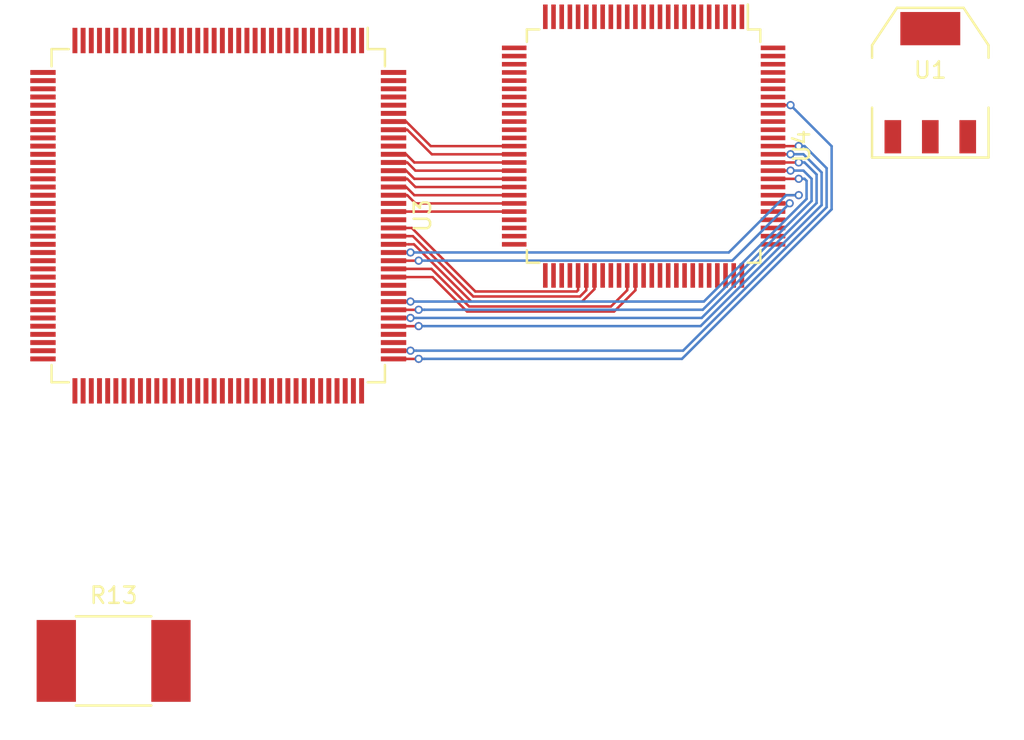
<source format=kicad_pcb>
(kicad_pcb (version 4) (host pcbnew "(2016-02-12 BZR 6554)-stable")

  (general
    (links 126)
    (no_connects 110)
    (area 122.813 57.025999 185.679048 102.478988)
    (thickness 1.6)
    (drawings 0)
    (tracks 140)
    (zones 0)
    (modules 4)
    (nets 124)
  )

  (page A4)
  (layers
    (0 F.Cu signal)
    (31 B.Cu signal)
    (32 B.Adhes user)
    (33 F.Adhes user)
    (34 B.Paste user)
    (35 F.Paste user)
    (36 B.SilkS user)
    (37 F.SilkS user)
    (38 B.Mask user)
    (39 F.Mask user)
    (40 Dwgs.User user)
    (41 Cmts.User user)
    (42 Eco1.User user)
    (43 Eco2.User user)
    (44 Edge.Cuts user)
    (45 Margin user)
    (46 B.CrtYd user)
    (47 F.CrtYd user)
    (48 B.Fab user)
    (49 F.Fab user)
  )

  (setup
    (last_trace_width 0.153)
    (trace_clearance 0.153)
    (zone_clearance 0.508)
    (zone_45_only no)
    (trace_min 0.153)
    (segment_width 0.2)
    (edge_width 0.1)
    (via_size 0.5)
    (via_drill 0.3)
    (via_min_size 0.4)
    (via_min_drill 0.3)
    (uvia_size 0.3)
    (uvia_drill 0.1)
    (uvias_allowed no)
    (uvia_min_size 0.2)
    (uvia_min_drill 0.1)
    (pcb_text_width 0.3)
    (pcb_text_size 1.5 1.5)
    (mod_edge_width 0.15)
    (mod_text_size 1 1)
    (mod_text_width 0.15)
    (pad_size 1.5 1.5)
    (pad_drill 0.6)
    (pad_to_mask_clearance 0)
    (aux_axis_origin 0 0)
    (visible_elements FFFFFF7F)
    (pcbplotparams
      (layerselection 0x00030_ffffffff)
      (usegerberextensions false)
      (excludeedgelayer true)
      (linewidth 0.100000)
      (plotframeref false)
      (viasonmask false)
      (mode 1)
      (useauxorigin false)
      (hpglpennumber 1)
      (hpglpenspeed 20)
      (hpglpendiameter 15)
      (psnegative false)
      (psa4output false)
      (plotreference true)
      (plotvalue true)
      (plotinvisibletext false)
      (padsonsilk false)
      (subtractmaskfromsilk false)
      (outputformat 1)
      (mirror false)
      (drillshape 1)
      (scaleselection 1)
      (outputdirectory ""))
  )

  (net 0 "")
  (net 1 /FSMC/DA13)
  (net 2 /FSMC/E1_N)
  (net 3 "Net-(C4-Pad1)")
  (net 4 VFPGA33)
  (net 5 GNDD)
  (net 6 "Net-(U3-Pad3)")
  (net 7 "Net-(U3-Pad4)")
  (net 8 "Net-(U3-Pad12)")
  (net 9 "Net-(U3-Pad14)")
  (net 10 +3V3)
  (net 11 +1V2)
  (net 12 "Net-(R2-Pad2)")
  (net 13 "Net-(R3-Pad2)")
  (net 14 "Net-(U3-Pad33)")
  (net 15 "Net-(U3-Pad34)")
  (net 16 "Net-(U3-Pad41)")
  (net 17 "Net-(U3-Pad42)")
  (net 18 "Net-(U3-Pad49)")
  (net 19 "Net-(U3-Pad51)")
  (net 20 "Net-(U3-Pad63)")
  (net 21 "Net-(U3-Pad64)")
  (net 22 "Net-(U3-Pad75)")
  (net 23 "Net-(U3-Pad76)")
  (net 24 "Net-(P3-Pad3)")
  (net 25 "Net-(P3-Pad5)")
  (net 26 "Net-(P3-Pad1)")
  (net 27 "Net-(P3-Pad7)")
  (net 28 "Net-(U3-Pad95)")
  (net 29 "Net-(U3-Pad97)")
  (net 30 "Net-(U3-Pad105)")
  (net 31 "Net-(U3-Pad106)")
  (net 32 /FSMC/A23)
  (net 33 /FSMC/A19)
  (net 34 /FSMC/A20)
  (net 35 /FSMC/A21)
  (net 36 /FSMC/A22)
  (net 37 "Net-(U4-Pad7)")
  (net 38 "Net-(U4-Pad8)")
  (net 39 "Net-(U4-Pad9)")
  (net 40 "Net-(U4-Pad12)")
  (net 41 "Net-(U4-Pad13)")
  (net 42 "Net-(U4-Pad14)")
  (net 43 "Net-(U4-Pad15)")
  (net 44 "Net-(U4-Pad16)")
  (net 45 "Net-(U4-Pad17)")
  (net 46 "Net-(U4-Pad18)")
  (net 47 "Net-(U4-Pad23)")
  (net 48 "Net-(U4-Pad24)")
  (net 49 "Net-(U4-Pad25)")
  (net 50 "Net-(U4-Pad26)")
  (net 51 "Net-(U4-Pad29)")
  (net 52 "Net-(U4-Pad30)")
  (net 53 "Net-(U4-Pad31)")
  (net 54 "Net-(U4-Pad32)")
  (net 55 "Net-(U4-Pad33)")
  (net 56 "Net-(U4-Pad34)")
  (net 57 "Net-(U4-Pad35)")
  (net 58 "Net-(U4-Pad36)")
  (net 59 /FSMC/BOOT1)
  (net 60 /FSMC/DA4)
  (net 61 /FSMC/DA5)
  (net 62 /FSMC/DA6)
  (net 63 /FSMC/DA7)
  (net 64 /FSMC/DA8)
  (net 65 /FSMC/DA9)
  (net 66 /FSMC/DA10)
  (net 67 /FSMC/DA11)
  (net 68 /FSMC/DA12)
  (net 69 "Net-(U4-Pad47)")
  (net 70 "Net-(U4-Pad48)")
  (net 71 "Net-(U4-Pad51)")
  (net 72 "Net-(U4-Pad52)")
  (net 73 "Net-(U4-Pad53)")
  (net 74 "Net-(U4-Pad54)")
  (net 75 /FSMC/DA14)
  (net 76 /FSMC/DA15)
  (net 77 /FSMC/A16)
  (net 78 /FSMC/A17)
  (net 79 /FSMC/A18)
  (net 80 /FSMC/DA0)
  (net 81 /FSMC/DA1)
  (net 82 "Net-(U4-Pad63)")
  (net 83 "Net-(U4-Pad64)")
  (net 84 "Net-(U4-Pad65)")
  (net 85 "Net-(U4-Pad66)")
  (net 86 "Net-(U4-Pad67)")
  (net 87 "Net-(U4-Pad68)")
  (net 88 "Net-(U4-Pad69)")
  (net 89 "Net-(U4-Pad70)")
  (net 90 "Net-(U4-Pad71)")
  (net 91 "Net-(U4-Pad72)")
  (net 92 "Net-(U4-Pad76)")
  (net 93 "Net-(U4-Pad77)")
  (net 94 "Net-(U4-Pad78)")
  (net 95 "Net-(U4-Pad79)")
  (net 96 "Net-(U4-Pad80)")
  (net 97 /FSMC/DA2)
  (net 98 /FSMC/DA3)
  (net 99 "Net-(U4-Pad83)")
  (net 100 /FSMC/CLK)
  (net 101 /FSMC/OE_N)
  (net 102 /FSMC/WE_N)
  (net 103 /FSMC/WAIT_N)
  (net 104 /FSMC/JTDO)
  (net 105 /FSMC/JRST_N)
  (net 106 "Net-(U4-Pad91)")
  (net 107 "Net-(U4-Pad92)")
  (net 108 /FSMC/ADV_N)
  (net 109 "Net-(U4-Pad94)")
  (net 110 "Net-(U4-Pad95)")
  (net 111 "Net-(U4-Pad96)")
  (net 112 /FSMC/BL0_N)
  (net 113 /FSMC/BL1_N)
  (net 114 /FSMC/B7)
  (net 115 /FSMC/B6)
  (net 116 /FSMC/B5)
  (net 117 /FSMC/B4)
  (net 118 /FSMC/B3)
  (net 119 /FSMC/B2)
  (net 120 VSTM33)
  (net 121 GND)
  (net 122 /powersupply/VCAP1)
  (net 123 /powersupply/VCAP2)

  (net_class Default "This is the default net class."
    (clearance 0.153)
    (trace_width 0.153)
    (via_dia 0.5)
    (via_drill 0.3)
    (uvia_dia 0.3)
    (uvia_drill 0.1)
    (add_net +1V2)
    (add_net +3V3)
    (add_net /FSMC/A16)
    (add_net /FSMC/A17)
    (add_net /FSMC/A18)
    (add_net /FSMC/A19)
    (add_net /FSMC/A20)
    (add_net /FSMC/A21)
    (add_net /FSMC/A22)
    (add_net /FSMC/A23)
    (add_net /FSMC/ADV_N)
    (add_net /FSMC/B2)
    (add_net /FSMC/B3)
    (add_net /FSMC/B4)
    (add_net /FSMC/B5)
    (add_net /FSMC/B6)
    (add_net /FSMC/B7)
    (add_net /FSMC/BL0_N)
    (add_net /FSMC/BL1_N)
    (add_net /FSMC/BOOT1)
    (add_net /FSMC/CLK)
    (add_net /FSMC/DA0)
    (add_net /FSMC/DA1)
    (add_net /FSMC/DA10)
    (add_net /FSMC/DA11)
    (add_net /FSMC/DA12)
    (add_net /FSMC/DA13)
    (add_net /FSMC/DA14)
    (add_net /FSMC/DA15)
    (add_net /FSMC/DA2)
    (add_net /FSMC/DA3)
    (add_net /FSMC/DA4)
    (add_net /FSMC/DA5)
    (add_net /FSMC/DA6)
    (add_net /FSMC/DA7)
    (add_net /FSMC/DA8)
    (add_net /FSMC/DA9)
    (add_net /FSMC/E1_N)
    (add_net /FSMC/JRST_N)
    (add_net /FSMC/JTDO)
    (add_net /FSMC/OE_N)
    (add_net /FSMC/WAIT_N)
    (add_net /FSMC/WE_N)
    (add_net /powersupply/VCAP1)
    (add_net /powersupply/VCAP2)
    (add_net GND)
    (add_net GNDD)
    (add_net "Net-(C4-Pad1)")
    (add_net "Net-(P3-Pad1)")
    (add_net "Net-(P3-Pad3)")
    (add_net "Net-(P3-Pad5)")
    (add_net "Net-(P3-Pad7)")
    (add_net "Net-(R2-Pad2)")
    (add_net "Net-(R3-Pad2)")
    (add_net "Net-(U3-Pad105)")
    (add_net "Net-(U3-Pad106)")
    (add_net "Net-(U3-Pad12)")
    (add_net "Net-(U3-Pad14)")
    (add_net "Net-(U3-Pad3)")
    (add_net "Net-(U3-Pad33)")
    (add_net "Net-(U3-Pad34)")
    (add_net "Net-(U3-Pad4)")
    (add_net "Net-(U3-Pad41)")
    (add_net "Net-(U3-Pad42)")
    (add_net "Net-(U3-Pad49)")
    (add_net "Net-(U3-Pad51)")
    (add_net "Net-(U3-Pad63)")
    (add_net "Net-(U3-Pad64)")
    (add_net "Net-(U3-Pad75)")
    (add_net "Net-(U3-Pad76)")
    (add_net "Net-(U3-Pad95)")
    (add_net "Net-(U3-Pad97)")
    (add_net "Net-(U4-Pad12)")
    (add_net "Net-(U4-Pad13)")
    (add_net "Net-(U4-Pad14)")
    (add_net "Net-(U4-Pad15)")
    (add_net "Net-(U4-Pad16)")
    (add_net "Net-(U4-Pad17)")
    (add_net "Net-(U4-Pad18)")
    (add_net "Net-(U4-Pad23)")
    (add_net "Net-(U4-Pad24)")
    (add_net "Net-(U4-Pad25)")
    (add_net "Net-(U4-Pad26)")
    (add_net "Net-(U4-Pad29)")
    (add_net "Net-(U4-Pad30)")
    (add_net "Net-(U4-Pad31)")
    (add_net "Net-(U4-Pad32)")
    (add_net "Net-(U4-Pad33)")
    (add_net "Net-(U4-Pad34)")
    (add_net "Net-(U4-Pad35)")
    (add_net "Net-(U4-Pad36)")
    (add_net "Net-(U4-Pad47)")
    (add_net "Net-(U4-Pad48)")
    (add_net "Net-(U4-Pad51)")
    (add_net "Net-(U4-Pad52)")
    (add_net "Net-(U4-Pad53)")
    (add_net "Net-(U4-Pad54)")
    (add_net "Net-(U4-Pad63)")
    (add_net "Net-(U4-Pad64)")
    (add_net "Net-(U4-Pad65)")
    (add_net "Net-(U4-Pad66)")
    (add_net "Net-(U4-Pad67)")
    (add_net "Net-(U4-Pad68)")
    (add_net "Net-(U4-Pad69)")
    (add_net "Net-(U4-Pad7)")
    (add_net "Net-(U4-Pad70)")
    (add_net "Net-(U4-Pad71)")
    (add_net "Net-(U4-Pad72)")
    (add_net "Net-(U4-Pad76)")
    (add_net "Net-(U4-Pad77)")
    (add_net "Net-(U4-Pad78)")
    (add_net "Net-(U4-Pad79)")
    (add_net "Net-(U4-Pad8)")
    (add_net "Net-(U4-Pad80)")
    (add_net "Net-(U4-Pad83)")
    (add_net "Net-(U4-Pad9)")
    (add_net "Net-(U4-Pad91)")
    (add_net "Net-(U4-Pad92)")
    (add_net "Net-(U4-Pad94)")
    (add_net "Net-(U4-Pad95)")
    (add_net "Net-(U4-Pad96)")
    (add_net VFPGA33)
    (add_net VSTM33)
  )

  (module Housings_QFP:LQFP-144_20x20mm_Pitch0.5mm (layer F.Cu) (tedit 54130A77) (tstamp 56C45027)
    (at 136.366 70.354 270)
    (descr "144-Lead Plastic Low Profile Quad Flatpack (PL) - 20x20x1.40 mm Body [LQFP], 2.00 mm Footprint (see Microchip Packaging Specification 00000049BS.pdf)")
    (tags "QFP 0.5")
    (path /563244F7/56323459)
    (attr smd)
    (fp_text reference U3 (at 0 -12.475 270) (layer F.SilkS)
      (effects (font (size 1 1) (thickness 0.15)))
    )
    (fp_text value LFXP2-5E-6TN144C (at 0 12.475 270) (layer F.Fab)
      (effects (font (size 1 1) (thickness 0.15)))
    )
    (fp_line (start -11.75 -11.75) (end -11.75 11.75) (layer F.CrtYd) (width 0.05))
    (fp_line (start 11.75 -11.75) (end 11.75 11.75) (layer F.CrtYd) (width 0.05))
    (fp_line (start -11.75 -11.75) (end 11.75 -11.75) (layer F.CrtYd) (width 0.05))
    (fp_line (start -11.75 11.75) (end 11.75 11.75) (layer F.CrtYd) (width 0.05))
    (fp_line (start -10.175 -10.175) (end -10.175 -9.125) (layer F.SilkS) (width 0.15))
    (fp_line (start 10.175 -10.175) (end 10.175 -9.125) (layer F.SilkS) (width 0.15))
    (fp_line (start 10.175 10.175) (end 10.175 9.125) (layer F.SilkS) (width 0.15))
    (fp_line (start -10.175 10.175) (end -10.175 9.125) (layer F.SilkS) (width 0.15))
    (fp_line (start -10.175 -10.175) (end -9.125 -10.175) (layer F.SilkS) (width 0.15))
    (fp_line (start -10.175 10.175) (end -9.125 10.175) (layer F.SilkS) (width 0.15))
    (fp_line (start 10.175 10.175) (end 9.125 10.175) (layer F.SilkS) (width 0.15))
    (fp_line (start 10.175 -10.175) (end 9.125 -10.175) (layer F.SilkS) (width 0.15))
    (fp_line (start -10.175 -9.125) (end -11.475 -9.125) (layer F.SilkS) (width 0.15))
    (pad 1 smd rect (at -10.7 -8.75 270) (size 1.55 0.3) (layers F.Cu F.Paste F.Mask)
      (net 114 /FSMC/B7))
    (pad 2 smd rect (at -10.7 -8.25 270) (size 1.55 0.3) (layers F.Cu F.Paste F.Mask)
      (net 114 /FSMC/B7))
    (pad 3 smd rect (at -10.7 -7.75 270) (size 1.55 0.3) (layers F.Cu F.Paste F.Mask)
      (net 6 "Net-(U3-Pad3)"))
    (pad 4 smd rect (at -10.7 -7.25 270) (size 1.55 0.3) (layers F.Cu F.Paste F.Mask)
      (net 7 "Net-(U3-Pad4)"))
    (pad 5 smd rect (at -10.7 -6.75 270) (size 1.55 0.3) (layers F.Cu F.Paste F.Mask)
      (net 114 /FSMC/B7))
    (pad 6 smd rect (at -10.7 -6.25 270) (size 1.55 0.3) (layers F.Cu F.Paste F.Mask)
      (net 114 /FSMC/B7))
    (pad 7 smd rect (at -10.7 -5.75 270) (size 1.55 0.3) (layers F.Cu F.Paste F.Mask)
      (net 114 /FSMC/B7))
    (pad 8 smd rect (at -10.7 -5.25 270) (size 1.55 0.3) (layers F.Cu F.Paste F.Mask)
      (net 114 /FSMC/B7))
    (pad 9 smd rect (at -10.7 -4.75 270) (size 1.55 0.3) (layers F.Cu F.Paste F.Mask)
      (net 114 /FSMC/B7))
    (pad 10 smd rect (at -10.7 -4.25 270) (size 1.55 0.3) (layers F.Cu F.Paste F.Mask)
      (net 114 /FSMC/B7))
    (pad 11 smd rect (at -10.7 -3.75 270) (size 1.55 0.3) (layers F.Cu F.Paste F.Mask)
      (net 114 /FSMC/B7))
    (pad 12 smd rect (at -10.7 -3.25 270) (size 1.55 0.3) (layers F.Cu F.Paste F.Mask)
      (net 8 "Net-(U3-Pad12)"))
    (pad 13 smd rect (at -10.7 -2.75 270) (size 1.55 0.3) (layers F.Cu F.Paste F.Mask)
      (net 114 /FSMC/B7))
    (pad 14 smd rect (at -10.7 -2.25 270) (size 1.55 0.3) (layers F.Cu F.Paste F.Mask)
      (net 9 "Net-(U3-Pad14)"))
    (pad 15 smd rect (at -10.7 -1.75 270) (size 1.55 0.3) (layers F.Cu F.Paste F.Mask)
      (net 114 /FSMC/B7))
    (pad 16 smd rect (at -10.7 -1.25 270) (size 1.55 0.3) (layers F.Cu F.Paste F.Mask)
      (net 114 /FSMC/B7))
    (pad 17 smd rect (at -10.7 -0.75 270) (size 1.55 0.3) (layers F.Cu F.Paste F.Mask)
      (net 114 /FSMC/B7))
    (pad 18 smd rect (at -10.7 -0.25 270) (size 1.55 0.3) (layers F.Cu F.Paste F.Mask)
      (net 114 /FSMC/B7))
    (pad 19 smd rect (at -10.7 0.25 270) (size 1.55 0.3) (layers F.Cu F.Paste F.Mask)
      (net 114 /FSMC/B7))
    (pad 20 smd rect (at -10.7 0.75 270) (size 1.55 0.3) (layers F.Cu F.Paste F.Mask)
      (net 114 /FSMC/B7))
    (pad 21 smd rect (at -10.7 1.25 270) (size 1.55 0.3) (layers F.Cu F.Paste F.Mask)
      (net 114 /FSMC/B7))
    (pad 22 smd rect (at -10.7 1.75 270) (size 1.55 0.3) (layers F.Cu F.Paste F.Mask)
      (net 114 /FSMC/B7))
    (pad 23 smd rect (at -10.7 2.25 270) (size 1.55 0.3) (layers F.Cu F.Paste F.Mask)
      (net 10 +3V3))
    (pad 24 smd rect (at -10.7 2.75 270) (size 1.55 0.3) (layers F.Cu F.Paste F.Mask)
      (net 11 +1V2))
    (pad 25 smd rect (at -10.7 3.25 270) (size 1.55 0.3) (layers F.Cu F.Paste F.Mask)
      (net 12 "Net-(R2-Pad2)"))
    (pad 26 smd rect (at -10.7 3.75 270) (size 1.55 0.3) (layers F.Cu F.Paste F.Mask)
      (net 13 "Net-(R3-Pad2)"))
    (pad 27 smd rect (at -10.7 4.25 270) (size 1.55 0.3) (layers F.Cu F.Paste F.Mask)
      (net 115 /FSMC/B6))
    (pad 28 smd rect (at -10.7 4.75 270) (size 1.55 0.3) (layers F.Cu F.Paste F.Mask)
      (net 115 /FSMC/B6))
    (pad 29 smd rect (at -10.7 5.25 270) (size 1.55 0.3) (layers F.Cu F.Paste F.Mask)
      (net 115 /FSMC/B6))
    (pad 30 smd rect (at -10.7 5.75 270) (size 1.55 0.3) (layers F.Cu F.Paste F.Mask)
      (net 115 /FSMC/B6))
    (pad 31 smd rect (at -10.7 6.25 270) (size 1.55 0.3) (layers F.Cu F.Paste F.Mask)
      (net 115 /FSMC/B6))
    (pad 32 smd rect (at -10.7 6.75 270) (size 1.55 0.3) (layers F.Cu F.Paste F.Mask)
      (net 115 /FSMC/B6))
    (pad 33 smd rect (at -10.7 7.25 270) (size 1.55 0.3) (layers F.Cu F.Paste F.Mask)
      (net 14 "Net-(U3-Pad33)"))
    (pad 34 smd rect (at -10.7 7.75 270) (size 1.55 0.3) (layers F.Cu F.Paste F.Mask)
      (net 15 "Net-(U3-Pad34)"))
    (pad 35 smd rect (at -10.7 8.25 270) (size 1.55 0.3) (layers F.Cu F.Paste F.Mask)
      (net 115 /FSMC/B6))
    (pad 36 smd rect (at -10.7 8.75 270) (size 1.55 0.3) (layers F.Cu F.Paste F.Mask)
      (net 115 /FSMC/B6))
    (pad 37 smd rect (at -8.75 10.7) (size 1.55 0.3) (layers F.Cu F.Paste F.Mask)
      (net 116 /FSMC/B5))
    (pad 38 smd rect (at -8.25 10.7) (size 1.55 0.3) (layers F.Cu F.Paste F.Mask)
      (net 116 /FSMC/B5))
    (pad 39 smd rect (at -7.75 10.7) (size 1.55 0.3) (layers F.Cu F.Paste F.Mask)
      (net 116 /FSMC/B5))
    (pad 40 smd rect (at -7.25 10.7) (size 1.55 0.3) (layers F.Cu F.Paste F.Mask)
      (net 116 /FSMC/B5))
    (pad 41 smd rect (at -6.75 10.7) (size 1.55 0.3) (layers F.Cu F.Paste F.Mask)
      (net 16 "Net-(U3-Pad41)"))
    (pad 42 smd rect (at -6.25 10.7) (size 1.55 0.3) (layers F.Cu F.Paste F.Mask)
      (net 17 "Net-(U3-Pad42)"))
    (pad 43 smd rect (at -5.75 10.7) (size 1.55 0.3) (layers F.Cu F.Paste F.Mask)
      (net 116 /FSMC/B5))
    (pad 44 smd rect (at -5.25 10.7) (size 1.55 0.3) (layers F.Cu F.Paste F.Mask)
      (net 116 /FSMC/B5))
    (pad 45 smd rect (at -4.75 10.7) (size 1.55 0.3) (layers F.Cu F.Paste F.Mask)
      (net 116 /FSMC/B5))
    (pad 46 smd rect (at -4.25 10.7) (size 1.55 0.3) (layers F.Cu F.Paste F.Mask)
      (net 116 /FSMC/B5))
    (pad 47 smd rect (at -3.75 10.7) (size 1.55 0.3) (layers F.Cu F.Paste F.Mask)
      (net 116 /FSMC/B5))
    (pad 48 smd rect (at -3.25 10.7) (size 1.55 0.3) (layers F.Cu F.Paste F.Mask)
      (net 116 /FSMC/B5))
    (pad 49 smd rect (at -2.75 10.7) (size 1.55 0.3) (layers F.Cu F.Paste F.Mask)
      (net 18 "Net-(U3-Pad49)"))
    (pad 50 smd rect (at -2.25 10.7) (size 1.55 0.3) (layers F.Cu F.Paste F.Mask)
      (net 116 /FSMC/B5))
    (pad 51 smd rect (at -1.75 10.7) (size 1.55 0.3) (layers F.Cu F.Paste F.Mask)
      (net 19 "Net-(U3-Pad51)"))
    (pad 52 smd rect (at -1.25 10.7) (size 1.55 0.3) (layers F.Cu F.Paste F.Mask)
      (net 116 /FSMC/B5))
    (pad 53 smd rect (at -0.75 10.7) (size 1.55 0.3) (layers F.Cu F.Paste F.Mask)
      (net 116 /FSMC/B5))
    (pad 54 smd rect (at -0.25 10.7) (size 1.55 0.3) (layers F.Cu F.Paste F.Mask)
      (net 116 /FSMC/B5))
    (pad 55 smd rect (at 0.25 10.7) (size 1.55 0.3) (layers F.Cu F.Paste F.Mask)
      (net 116 /FSMC/B5))
    (pad 56 smd rect (at 0.75 10.7) (size 1.55 0.3) (layers F.Cu F.Paste F.Mask)
      (net 116 /FSMC/B5))
    (pad 57 smd rect (at 1.25 10.7) (size 1.55 0.3) (layers F.Cu F.Paste F.Mask)
      (net 116 /FSMC/B5))
    (pad 58 smd rect (at 1.75 10.7) (size 1.55 0.3) (layers F.Cu F.Paste F.Mask)
      (net 116 /FSMC/B5))
    (pad 59 smd rect (at 2.25 10.7) (size 1.55 0.3) (layers F.Cu F.Paste F.Mask)
      (net 11 +1V2))
    (pad 60 smd rect (at 2.75 10.7) (size 1.55 0.3) (layers F.Cu F.Paste F.Mask)
      (net 10 +3V3))
    (pad 61 smd rect (at 3.25 10.7) (size 1.55 0.3) (layers F.Cu F.Paste F.Mask)
      (net 117 /FSMC/B4))
    (pad 62 smd rect (at 3.75 10.7) (size 1.55 0.3) (layers F.Cu F.Paste F.Mask)
      (net 117 /FSMC/B4))
    (pad 63 smd rect (at 4.25 10.7) (size 1.55 0.3) (layers F.Cu F.Paste F.Mask)
      (net 20 "Net-(U3-Pad63)"))
    (pad 64 smd rect (at 4.75 10.7) (size 1.55 0.3) (layers F.Cu F.Paste F.Mask)
      (net 21 "Net-(U3-Pad64)"))
    (pad 65 smd rect (at 5.25 10.7) (size 1.55 0.3) (layers F.Cu F.Paste F.Mask)
      (net 117 /FSMC/B4))
    (pad 66 smd rect (at 5.75 10.7) (size 1.55 0.3) (layers F.Cu F.Paste F.Mask)
      (net 117 /FSMC/B4))
    (pad 67 smd rect (at 6.25 10.7) (size 1.55 0.3) (layers F.Cu F.Paste F.Mask)
      (net 10 +3V3))
    (pad 68 smd rect (at 6.75 10.7) (size 1.55 0.3) (layers F.Cu F.Paste F.Mask)
      (net 5 GNDD))
    (pad 69 smd rect (at 7.25 10.7) (size 1.55 0.3) (layers F.Cu F.Paste F.Mask)
      (net 117 /FSMC/B4))
    (pad 70 smd rect (at 7.75 10.7) (size 1.55 0.3) (layers F.Cu F.Paste F.Mask)
      (net 117 /FSMC/B4))
    (pad 71 smd rect (at 8.25 10.7) (size 1.55 0.3) (layers F.Cu F.Paste F.Mask)
      (net 117 /FSMC/B4))
    (pad 72 smd rect (at 8.75 10.7) (size 1.55 0.3) (layers F.Cu F.Paste F.Mask)
      (net 117 /FSMC/B4))
    (pad 73 smd rect (at 10.7 8.75 270) (size 1.55 0.3) (layers F.Cu F.Paste F.Mask)
      (net 118 /FSMC/B3))
    (pad 74 smd rect (at 10.7 8.25 270) (size 1.55 0.3) (layers F.Cu F.Paste F.Mask)
      (net 118 /FSMC/B3))
    (pad 75 smd rect (at 10.7 7.75 270) (size 1.55 0.3) (layers F.Cu F.Paste F.Mask)
      (net 22 "Net-(U3-Pad75)"))
    (pad 76 smd rect (at 10.7 7.25 270) (size 1.55 0.3) (layers F.Cu F.Paste F.Mask)
      (net 23 "Net-(U3-Pad76)"))
    (pad 77 smd rect (at 10.7 6.75 270) (size 1.55 0.3) (layers F.Cu F.Paste F.Mask)
      (net 118 /FSMC/B3))
    (pad 78 smd rect (at 10.7 6.25 270) (size 1.55 0.3) (layers F.Cu F.Paste F.Mask)
      (net 118 /FSMC/B3))
    (pad 79 smd rect (at 10.7 5.75 270) (size 1.55 0.3) (layers F.Cu F.Paste F.Mask)
      (net 24 "Net-(P3-Pad3)"))
    (pad 80 smd rect (at 10.7 5.25 270) (size 1.55 0.3) (layers F.Cu F.Paste F.Mask)
      (net 25 "Net-(P3-Pad5)"))
    (pad 81 smd rect (at 10.7 4.75 270) (size 1.55 0.3) (layers F.Cu F.Paste F.Mask)
      (net 26 "Net-(P3-Pad1)"))
    (pad 82 smd rect (at 10.7 4.25 270) (size 1.55 0.3) (layers F.Cu F.Paste F.Mask)
      (net 27 "Net-(P3-Pad7)"))
    (pad 83 smd rect (at 10.7 3.75 270) (size 1.55 0.3) (layers F.Cu F.Paste F.Mask)
      (net 10 +3V3))
    (pad 84 smd rect (at 10.7 3.25 270) (size 1.55 0.3) (layers F.Cu F.Paste F.Mask)
      (net 11 +1V2))
    (pad 85 smd rect (at 10.7 2.75 270) (size 1.55 0.3) (layers F.Cu F.Paste F.Mask)
      (net 10 +3V3))
    (pad 86 smd rect (at 10.7 2.25 270) (size 1.55 0.3) (layers F.Cu F.Paste F.Mask)
      (net 5 GNDD))
    (pad 87 smd rect (at 10.7 1.75 270) (size 1.55 0.3) (layers F.Cu F.Paste F.Mask)
      (net 119 /FSMC/B2))
    (pad 88 smd rect (at 10.7 1.25 270) (size 1.55 0.3) (layers F.Cu F.Paste F.Mask)
      (net 119 /FSMC/B2))
    (pad 89 smd rect (at 10.7 0.75 270) (size 1.55 0.3) (layers F.Cu F.Paste F.Mask)
      (net 119 /FSMC/B2))
    (pad 90 smd rect (at 10.7 0.25 270) (size 1.55 0.3) (layers F.Cu F.Paste F.Mask)
      (net 119 /FSMC/B2))
    (pad 91 smd rect (at 10.7 -0.25 270) (size 1.55 0.3) (layers F.Cu F.Paste F.Mask)
      (net 119 /FSMC/B2))
    (pad 92 smd rect (at 10.7 -0.75 270) (size 1.55 0.3) (layers F.Cu F.Paste F.Mask)
      (net 119 /FSMC/B2))
    (pad 93 smd rect (at 10.7 -1.25 270) (size 1.55 0.3) (layers F.Cu F.Paste F.Mask)
      (net 119 /FSMC/B2))
    (pad 94 smd rect (at 10.7 -1.75 270) (size 1.55 0.3) (layers F.Cu F.Paste F.Mask)
      (net 119 /FSMC/B2))
    (pad 95 smd rect (at 10.7 -2.25 270) (size 1.55 0.3) (layers F.Cu F.Paste F.Mask)
      (net 28 "Net-(U3-Pad95)"))
    (pad 96 smd rect (at 10.7 -2.75 270) (size 1.55 0.3) (layers F.Cu F.Paste F.Mask)
      (net 119 /FSMC/B2))
    (pad 97 smd rect (at 10.7 -3.25 270) (size 1.55 0.3) (layers F.Cu F.Paste F.Mask)
      (net 29 "Net-(U3-Pad97)"))
    (pad 98 smd rect (at 10.7 -3.75 270) (size 1.55 0.3) (layers F.Cu F.Paste F.Mask)
      (net 119 /FSMC/B2))
    (pad 99 smd rect (at 10.7 -4.25 270) (size 1.55 0.3) (layers F.Cu F.Paste F.Mask)
      (net 119 /FSMC/B2))
    (pad 100 smd rect (at 10.7 -4.75 270) (size 1.55 0.3) (layers F.Cu F.Paste F.Mask)
      (net 119 /FSMC/B2))
    (pad 101 smd rect (at 10.7 -5.25 270) (size 1.55 0.3) (layers F.Cu F.Paste F.Mask)
      (net 119 /FSMC/B2))
    (pad 102 smd rect (at 10.7 -5.75 270) (size 1.55 0.3) (layers F.Cu F.Paste F.Mask)
      (net 119 /FSMC/B2))
    (pad 103 smd rect (at 10.7 -6.25 270) (size 1.55 0.3) (layers F.Cu F.Paste F.Mask)
      (net 119 /FSMC/B2))
    (pad 104 smd rect (at 10.7 -6.75 270) (size 1.55 0.3) (layers F.Cu F.Paste F.Mask)
      (net 119 /FSMC/B2))
    (pad 105 smd rect (at 10.7 -7.25 270) (size 1.55 0.3) (layers F.Cu F.Paste F.Mask)
      (net 30 "Net-(U3-Pad105)"))
    (pad 106 smd rect (at 10.7 -7.75 270) (size 1.55 0.3) (layers F.Cu F.Paste F.Mask)
      (net 31 "Net-(U3-Pad106)"))
    (pad 107 smd rect (at 10.7 -8.25 270) (size 1.55 0.3) (layers F.Cu F.Paste F.Mask)
      (net 119 /FSMC/B2))
    (pad 108 smd rect (at 10.7 -8.75 270) (size 1.55 0.3) (layers F.Cu F.Paste F.Mask)
      (net 119 /FSMC/B2))
    (pad 109 smd rect (at 8.75 -10.7) (size 1.55 0.3) (layers F.Cu F.Paste F.Mask)
      (net 108 /FSMC/ADV_N))
    (pad 110 smd rect (at 8.25 -10.7) (size 1.55 0.3) (layers F.Cu F.Paste F.Mask)
      (net 2 /FSMC/E1_N))
    (pad 111 smd rect (at 7.75 -10.7) (size 1.55 0.3) (layers F.Cu F.Paste F.Mask)
      (net 121 GND))
    (pad 112 smd rect (at 7.25 -10.7) (size 1.55 0.3) (layers F.Cu F.Paste F.Mask)
      (net 4 VFPGA33))
    (pad 113 smd rect (at 6.75 -10.7) (size 1.55 0.3) (layers F.Cu F.Paste F.Mask)
      (net 103 /FSMC/WAIT_N))
    (pad 114 smd rect (at 6.25 -10.7) (size 1.55 0.3) (layers F.Cu F.Paste F.Mask)
      (net 102 /FSMC/WE_N))
    (pad 115 smd rect (at 5.75 -10.7) (size 1.55 0.3) (layers F.Cu F.Paste F.Mask)
      (net 101 /FSMC/OE_N))
    (pad 116 smd rect (at 5.25 -10.7) (size 1.55 0.3) (layers F.Cu F.Paste F.Mask)
      (net 100 /FSMC/CLK))
    (pad 117 smd rect (at 4.75 -10.7) (size 1.55 0.3) (layers F.Cu F.Paste F.Mask)
      (net 10 +3V3))
    (pad 118 smd rect (at 4.25 -10.7) (size 1.55 0.3) (layers F.Cu F.Paste F.Mask)
      (net 11 +1V2))
    (pad 119 smd rect (at 3.75 -10.7) (size 1.55 0.3) (layers F.Cu F.Paste F.Mask)
      (net 81 /FSMC/DA1))
    (pad 120 smd rect (at 3.25 -10.7) (size 1.55 0.3) (layers F.Cu F.Paste F.Mask)
      (net 80 /FSMC/DA0))
    (pad 121 smd rect (at 2.75 -10.7) (size 1.55 0.3) (layers F.Cu F.Paste F.Mask)
      (net 97 /FSMC/DA2))
    (pad 122 smd rect (at 2.25 -10.7) (size 1.55 0.3) (layers F.Cu F.Paste F.Mask)
      (net 98 /FSMC/DA3))
    (pad 123 smd rect (at 1.75 -10.7) (size 1.55 0.3) (layers F.Cu F.Paste F.Mask)
      (net 76 /FSMC/DA15))
    (pad 124 smd rect (at 1.25 -10.7) (size 1.55 0.3) (layers F.Cu F.Paste F.Mask)
      (net 75 /FSMC/DA14))
    (pad 125 smd rect (at 0.75 -10.7) (size 1.55 0.3) (layers F.Cu F.Paste F.Mask)
      (net 1 /FSMC/DA13))
    (pad 126 smd rect (at 0.25 -10.7) (size 1.55 0.3) (layers F.Cu F.Paste F.Mask)
      (net 121 GND))
    (pad 127 smd rect (at -0.25 -10.7) (size 1.55 0.3) (layers F.Cu F.Paste F.Mask)
      (net 68 /FSMC/DA12))
    (pad 128 smd rect (at -0.75 -10.7) (size 1.55 0.3) (layers F.Cu F.Paste F.Mask)
      (net 4 VFPGA33))
    (pad 129 smd rect (at -1.25 -10.7) (size 1.55 0.3) (layers F.Cu F.Paste F.Mask)
      (net 67 /FSMC/DA11))
    (pad 130 smd rect (at -1.75 -10.7) (size 1.55 0.3) (layers F.Cu F.Paste F.Mask)
      (net 66 /FSMC/DA10))
    (pad 131 smd rect (at -2.25 -10.7) (size 1.55 0.3) (layers F.Cu F.Paste F.Mask)
      (net 65 /FSMC/DA9))
    (pad 132 smd rect (at -2.75 -10.7) (size 1.55 0.3) (layers F.Cu F.Paste F.Mask)
      (net 64 /FSMC/DA8))
    (pad 133 smd rect (at -3.25 -10.7) (size 1.55 0.3) (layers F.Cu F.Paste F.Mask)
      (net 63 /FSMC/DA7))
    (pad 134 smd rect (at -3.75 -10.7) (size 1.55 0.3) (layers F.Cu F.Paste F.Mask)
      (net 62 /FSMC/DA6))
    (pad 135 smd rect (at -4.25 -10.7) (size 1.55 0.3) (layers F.Cu F.Paste F.Mask)
      (net 121 GND))
    (pad 136 smd rect (at -4.75 -10.7) (size 1.55 0.3) (layers F.Cu F.Paste F.Mask)
      (net 4 VFPGA33))
    (pad 137 smd rect (at -5.25 -10.7) (size 1.55 0.3) (layers F.Cu F.Paste F.Mask)
      (net 61 /FSMC/DA5))
    (pad 138 smd rect (at -5.75 -10.7) (size 1.55 0.3) (layers F.Cu F.Paste F.Mask)
      (net 60 /FSMC/DA4))
    (pad 139 smd rect (at -6.25 -10.7) (size 1.55 0.3) (layers F.Cu F.Paste F.Mask)
      (net 5 GNDD))
    (pad 140 smd rect (at -6.75 -10.7) (size 1.55 0.3) (layers F.Cu F.Paste F.Mask)
      (net 10 +3V3))
    (pad 141 smd rect (at -7.25 -10.7) (size 1.55 0.3) (layers F.Cu F.Paste F.Mask)
      (net 77 /FSMC/A16))
    (pad 142 smd rect (at -7.75 -10.7) (size 1.55 0.3) (layers F.Cu F.Paste F.Mask)
      (net 78 /FSMC/A17))
    (pad 143 smd rect (at -8.25 -10.7) (size 1.55 0.3) (layers F.Cu F.Paste F.Mask)
      (net 79 /FSMC/A18))
    (pad 144 smd rect (at -8.75 -10.7) (size 1.55 0.3) (layers F.Cu F.Paste F.Mask)
      (net 33 /FSMC/A19))
    (model Housings_QFP.3dshapes/LQFP-144_20x20mm_Pitch0.5mm.wrl
      (at (xyz 0 0 0))
      (scale (xyz 1 1 1))
      (rotate (xyz 0 0 0))
    )
  )

  (module Capacitors_SMD:C_2220_HandSoldering (layer F.Cu) (tedit 541A9D48) (tstamp 56C44F8B)
    (at 129.978905 97.550988)
    (descr "Capacitor SMD 2220, hand soldering")
    (tags "capacitor 2220")
    (path /56C43C85/56C46796)
    (attr smd)
    (fp_text reference R13 (at 0 -4) (layer F.SilkS)
      (effects (font (size 1 1) (thickness 0.15)))
    )
    (fp_text value R (at 0 4) (layer F.Fab)
      (effects (font (size 1 1) (thickness 0.15)))
    )
    (fp_line (start -5 -2.85) (end 5 -2.85) (layer F.CrtYd) (width 0.05))
    (fp_line (start -5 2.85) (end 5 2.85) (layer F.CrtYd) (width 0.05))
    (fp_line (start -5 -2.85) (end -5 2.85) (layer F.CrtYd) (width 0.05))
    (fp_line (start 5 -2.85) (end 5 2.85) (layer F.CrtYd) (width 0.05))
    (fp_line (start 2.3 -2.725) (end -2.3 -2.725) (layer F.SilkS) (width 0.15))
    (fp_line (start -2.3 2.725) (end 2.3 2.725) (layer F.SilkS) (width 0.15))
    (pad 1 smd rect (at -3.5 0) (size 2.4 5) (layers F.Cu F.Paste F.Mask)
      (net 1 /FSMC/DA13))
    (pad 2 smd rect (at 3.5 0) (size 2.4 5) (layers F.Cu F.Paste F.Mask)
      (net 2 /FSMC/E1_N))
    (model Capacitors_SMD.3dshapes/C_2220_HandSoldering.wrl
      (at (xyz 0 0 0))
      (scale (xyz 1 1 1))
      (rotate (xyz 0 0 0))
    )
  )

  (module TO_SOT_Packages_SMD:SOT-223 (layer F.Cu) (tedit 0) (tstamp 56C44F93)
    (at 179.832 62.23)
    (descr "module CMS SOT223 4 pins")
    (tags "CMS SOT")
    (path /563244F7/5632574B)
    (attr smd)
    (fp_text reference U1 (at 0 -0.762) (layer F.SilkS)
      (effects (font (size 1 1) (thickness 0.15)))
    )
    (fp_text value LD1117S12CTR (at 0 0.762) (layer F.Fab)
      (effects (font (size 1 1) (thickness 0.15)))
    )
    (fp_line (start -3.556 1.524) (end -3.556 4.572) (layer F.SilkS) (width 0.15))
    (fp_line (start -3.556 4.572) (end 3.556 4.572) (layer F.SilkS) (width 0.15))
    (fp_line (start 3.556 4.572) (end 3.556 1.524) (layer F.SilkS) (width 0.15))
    (fp_line (start -3.556 -1.524) (end -3.556 -2.286) (layer F.SilkS) (width 0.15))
    (fp_line (start -3.556 -2.286) (end -2.032 -4.572) (layer F.SilkS) (width 0.15))
    (fp_line (start -2.032 -4.572) (end 2.032 -4.572) (layer F.SilkS) (width 0.15))
    (fp_line (start 2.032 -4.572) (end 3.556 -2.286) (layer F.SilkS) (width 0.15))
    (fp_line (start 3.556 -2.286) (end 3.556 -1.524) (layer F.SilkS) (width 0.15))
    (pad 4 smd rect (at 0 -3.302) (size 3.6576 2.032) (layers F.Cu F.Paste F.Mask))
    (pad 2 smd rect (at 0 3.302) (size 1.016 2.032) (layers F.Cu F.Paste F.Mask)
      (net 3 "Net-(C4-Pad1)"))
    (pad 3 smd rect (at 2.286 3.302) (size 1.016 2.032) (layers F.Cu F.Paste F.Mask)
      (net 4 VFPGA33))
    (pad 1 smd rect (at -2.286 3.302) (size 1.016 2.032) (layers F.Cu F.Paste F.Mask)
      (net 5 GNDD))
    (model TO_SOT_Packages_SMD.3dshapes/SOT-223.wrl
      (at (xyz 0 0 0))
      (scale (xyz 0.4 0.4 0.4))
      (rotate (xyz 0 0 0))
    )
  )

  (module Housings_QFP:LQFP-100_14x14mm_Pitch0.5mm (layer F.Cu) (tedit 54130A77) (tstamp 56C4508F)
    (at 162.332 66.104 270)
    (descr "LQFP100: plastic low profile quad flat package; 100 leads; body 14 x 14 x 1.4 mm (see NXP sot407-1_po.pdf and sot407-1_fr.pdf)")
    (tags "QFP 0.5")
    (path /563244F7/56C476C3)
    (attr smd)
    (fp_text reference U4 (at 0 -9.65 270) (layer F.SilkS)
      (effects (font (size 1 1) (thickness 0.15)))
    )
    (fp_text value STM32F407VGT (at 0 9.65 270) (layer F.Fab)
      (effects (font (size 1 1) (thickness 0.15)))
    )
    (fp_line (start -8.9 -8.9) (end -8.9 8.9) (layer F.CrtYd) (width 0.05))
    (fp_line (start 8.9 -8.9) (end 8.9 8.9) (layer F.CrtYd) (width 0.05))
    (fp_line (start -8.9 -8.9) (end 8.9 -8.9) (layer F.CrtYd) (width 0.05))
    (fp_line (start -8.9 8.9) (end 8.9 8.9) (layer F.CrtYd) (width 0.05))
    (fp_line (start -7.125 -7.125) (end -7.125 -6.365) (layer F.SilkS) (width 0.15))
    (fp_line (start 7.125 -7.125) (end 7.125 -6.365) (layer F.SilkS) (width 0.15))
    (fp_line (start 7.125 7.125) (end 7.125 6.365) (layer F.SilkS) (width 0.15))
    (fp_line (start -7.125 7.125) (end -7.125 6.365) (layer F.SilkS) (width 0.15))
    (fp_line (start -7.125 -7.125) (end -6.365 -7.125) (layer F.SilkS) (width 0.15))
    (fp_line (start -7.125 7.125) (end -6.365 7.125) (layer F.SilkS) (width 0.15))
    (fp_line (start 7.125 7.125) (end 6.365 7.125) (layer F.SilkS) (width 0.15))
    (fp_line (start 7.125 -7.125) (end 6.365 -7.125) (layer F.SilkS) (width 0.15))
    (fp_line (start -7.125 -6.365) (end -8.65 -6.365) (layer F.SilkS) (width 0.15))
    (pad 1 smd rect (at -7.9 -6 270) (size 1.5 0.28) (layers F.Cu F.Paste F.Mask)
      (net 32 /FSMC/A23))
    (pad 2 smd rect (at -7.9 -5.5 270) (size 1.5 0.28) (layers F.Cu F.Paste F.Mask)
      (net 33 /FSMC/A19))
    (pad 3 smd rect (at -7.9 -5 270) (size 1.5 0.28) (layers F.Cu F.Paste F.Mask)
      (net 34 /FSMC/A20))
    (pad 4 smd rect (at -7.9 -4.5 270) (size 1.5 0.28) (layers F.Cu F.Paste F.Mask)
      (net 35 /FSMC/A21))
    (pad 5 smd rect (at -7.9 -4 270) (size 1.5 0.28) (layers F.Cu F.Paste F.Mask)
      (net 36 /FSMC/A22))
    (pad 6 smd rect (at -7.9 -3.5 270) (size 1.5 0.28) (layers F.Cu F.Paste F.Mask)
      (net 120 VSTM33))
    (pad 7 smd rect (at -7.9 -3 270) (size 1.5 0.28) (layers F.Cu F.Paste F.Mask)
      (net 37 "Net-(U4-Pad7)"))
    (pad 8 smd rect (at -7.9 -2.5 270) (size 1.5 0.28) (layers F.Cu F.Paste F.Mask)
      (net 38 "Net-(U4-Pad8)"))
    (pad 9 smd rect (at -7.9 -2 270) (size 1.5 0.28) (layers F.Cu F.Paste F.Mask)
      (net 39 "Net-(U4-Pad9)"))
    (pad 10 smd rect (at -7.9 -1.5 270) (size 1.5 0.28) (layers F.Cu F.Paste F.Mask)
      (net 121 GND))
    (pad 11 smd rect (at -7.9 -1 270) (size 1.5 0.28) (layers F.Cu F.Paste F.Mask)
      (net 120 VSTM33))
    (pad 12 smd rect (at -7.9 -0.5 270) (size 1.5 0.28) (layers F.Cu F.Paste F.Mask)
      (net 40 "Net-(U4-Pad12)"))
    (pad 13 smd rect (at -7.9 0 270) (size 1.5 0.28) (layers F.Cu F.Paste F.Mask)
      (net 41 "Net-(U4-Pad13)"))
    (pad 14 smd rect (at -7.9 0.5 270) (size 1.5 0.28) (layers F.Cu F.Paste F.Mask)
      (net 42 "Net-(U4-Pad14)"))
    (pad 15 smd rect (at -7.9 1 270) (size 1.5 0.28) (layers F.Cu F.Paste F.Mask)
      (net 43 "Net-(U4-Pad15)"))
    (pad 16 smd rect (at -7.9 1.5 270) (size 1.5 0.28) (layers F.Cu F.Paste F.Mask)
      (net 44 "Net-(U4-Pad16)"))
    (pad 17 smd rect (at -7.9 2 270) (size 1.5 0.28) (layers F.Cu F.Paste F.Mask)
      (net 45 "Net-(U4-Pad17)"))
    (pad 18 smd rect (at -7.9 2.5 270) (size 1.5 0.28) (layers F.Cu F.Paste F.Mask)
      (net 46 "Net-(U4-Pad18)"))
    (pad 19 smd rect (at -7.9 3 270) (size 1.5 0.28) (layers F.Cu F.Paste F.Mask)
      (net 120 VSTM33))
    (pad 20 smd rect (at -7.9 3.5 270) (size 1.5 0.28) (layers F.Cu F.Paste F.Mask)
      (net 121 GND))
    (pad 21 smd rect (at -7.9 4 270) (size 1.5 0.28) (layers F.Cu F.Paste F.Mask)
      (net 120 VSTM33))
    (pad 22 smd rect (at -7.9 4.5 270) (size 1.5 0.28) (layers F.Cu F.Paste F.Mask)
      (net 120 VSTM33))
    (pad 23 smd rect (at -7.9 5 270) (size 1.5 0.28) (layers F.Cu F.Paste F.Mask)
      (net 47 "Net-(U4-Pad23)"))
    (pad 24 smd rect (at -7.9 5.5 270) (size 1.5 0.28) (layers F.Cu F.Paste F.Mask)
      (net 48 "Net-(U4-Pad24)"))
    (pad 25 smd rect (at -7.9 6 270) (size 1.5 0.28) (layers F.Cu F.Paste F.Mask)
      (net 49 "Net-(U4-Pad25)"))
    (pad 26 smd rect (at -6 7.9) (size 1.5 0.28) (layers F.Cu F.Paste F.Mask)
      (net 50 "Net-(U4-Pad26)"))
    (pad 27 smd rect (at -5.5 7.9) (size 1.5 0.28) (layers F.Cu F.Paste F.Mask)
      (net 121 GND))
    (pad 28 smd rect (at -5 7.9) (size 1.5 0.28) (layers F.Cu F.Paste F.Mask)
      (net 120 VSTM33))
    (pad 29 smd rect (at -4.5 7.9) (size 1.5 0.28) (layers F.Cu F.Paste F.Mask)
      (net 51 "Net-(U4-Pad29)"))
    (pad 30 smd rect (at -4 7.9) (size 1.5 0.28) (layers F.Cu F.Paste F.Mask)
      (net 52 "Net-(U4-Pad30)"))
    (pad 31 smd rect (at -3.5 7.9) (size 1.5 0.28) (layers F.Cu F.Paste F.Mask)
      (net 53 "Net-(U4-Pad31)"))
    (pad 32 smd rect (at -3 7.9) (size 1.5 0.28) (layers F.Cu F.Paste F.Mask)
      (net 54 "Net-(U4-Pad32)"))
    (pad 33 smd rect (at -2.5 7.9) (size 1.5 0.28) (layers F.Cu F.Paste F.Mask)
      (net 55 "Net-(U4-Pad33)"))
    (pad 34 smd rect (at -2 7.9) (size 1.5 0.28) (layers F.Cu F.Paste F.Mask)
      (net 56 "Net-(U4-Pad34)"))
    (pad 35 smd rect (at -1.5 7.9) (size 1.5 0.28) (layers F.Cu F.Paste F.Mask)
      (net 57 "Net-(U4-Pad35)"))
    (pad 36 smd rect (at -1 7.9) (size 1.5 0.28) (layers F.Cu F.Paste F.Mask)
      (net 58 "Net-(U4-Pad36)"))
    (pad 37 smd rect (at -0.5 7.9) (size 1.5 0.28) (layers F.Cu F.Paste F.Mask)
      (net 59 /FSMC/BOOT1))
    (pad 38 smd rect (at 0 7.9) (size 1.5 0.28) (layers F.Cu F.Paste F.Mask)
      (net 60 /FSMC/DA4))
    (pad 39 smd rect (at 0.5 7.9) (size 1.5 0.28) (layers F.Cu F.Paste F.Mask)
      (net 61 /FSMC/DA5))
    (pad 40 smd rect (at 1 7.9) (size 1.5 0.28) (layers F.Cu F.Paste F.Mask)
      (net 62 /FSMC/DA6))
    (pad 41 smd rect (at 1.5 7.9) (size 1.5 0.28) (layers F.Cu F.Paste F.Mask)
      (net 63 /FSMC/DA7))
    (pad 42 smd rect (at 2 7.9) (size 1.5 0.28) (layers F.Cu F.Paste F.Mask)
      (net 64 /FSMC/DA8))
    (pad 43 smd rect (at 2.5 7.9) (size 1.5 0.28) (layers F.Cu F.Paste F.Mask)
      (net 65 /FSMC/DA9))
    (pad 44 smd rect (at 3 7.9) (size 1.5 0.28) (layers F.Cu F.Paste F.Mask)
      (net 66 /FSMC/DA10))
    (pad 45 smd rect (at 3.5 7.9) (size 1.5 0.28) (layers F.Cu F.Paste F.Mask)
      (net 67 /FSMC/DA11))
    (pad 46 smd rect (at 4 7.9) (size 1.5 0.28) (layers F.Cu F.Paste F.Mask)
      (net 68 /FSMC/DA12))
    (pad 47 smd rect (at 4.5 7.9) (size 1.5 0.28) (layers F.Cu F.Paste F.Mask)
      (net 69 "Net-(U4-Pad47)"))
    (pad 48 smd rect (at 5 7.9) (size 1.5 0.28) (layers F.Cu F.Paste F.Mask)
      (net 70 "Net-(U4-Pad48)"))
    (pad 49 smd rect (at 5.5 7.9) (size 1.5 0.28) (layers F.Cu F.Paste F.Mask)
      (net 122 /powersupply/VCAP1))
    (pad 50 smd rect (at 6 7.9) (size 1.5 0.28) (layers F.Cu F.Paste F.Mask)
      (net 120 VSTM33))
    (pad 51 smd rect (at 7.9 6 270) (size 1.5 0.28) (layers F.Cu F.Paste F.Mask)
      (net 71 "Net-(U4-Pad51)"))
    (pad 52 smd rect (at 7.9 5.5 270) (size 1.5 0.28) (layers F.Cu F.Paste F.Mask)
      (net 72 "Net-(U4-Pad52)"))
    (pad 53 smd rect (at 7.9 5 270) (size 1.5 0.28) (layers F.Cu F.Paste F.Mask)
      (net 73 "Net-(U4-Pad53)"))
    (pad 54 smd rect (at 7.9 4.5 270) (size 1.5 0.28) (layers F.Cu F.Paste F.Mask)
      (net 74 "Net-(U4-Pad54)"))
    (pad 55 smd rect (at 7.9 4 270) (size 1.5 0.28) (layers F.Cu F.Paste F.Mask)
      (net 1 /FSMC/DA13))
    (pad 56 smd rect (at 7.9 3.5 270) (size 1.5 0.28) (layers F.Cu F.Paste F.Mask)
      (net 75 /FSMC/DA14))
    (pad 57 smd rect (at 7.9 3 270) (size 1.5 0.28) (layers F.Cu F.Paste F.Mask)
      (net 76 /FSMC/DA15))
    (pad 58 smd rect (at 7.9 2.5 270) (size 1.5 0.28) (layers F.Cu F.Paste F.Mask)
      (net 77 /FSMC/A16))
    (pad 59 smd rect (at 7.9 2 270) (size 1.5 0.28) (layers F.Cu F.Paste F.Mask)
      (net 78 /FSMC/A17))
    (pad 60 smd rect (at 7.9 1.5 270) (size 1.5 0.28) (layers F.Cu F.Paste F.Mask)
      (net 79 /FSMC/A18))
    (pad 61 smd rect (at 7.9 1 270) (size 1.5 0.28) (layers F.Cu F.Paste F.Mask)
      (net 80 /FSMC/DA0))
    (pad 62 smd rect (at 7.9 0.5 270) (size 1.5 0.28) (layers F.Cu F.Paste F.Mask)
      (net 81 /FSMC/DA1))
    (pad 63 smd rect (at 7.9 0 270) (size 1.5 0.28) (layers F.Cu F.Paste F.Mask)
      (net 82 "Net-(U4-Pad63)"))
    (pad 64 smd rect (at 7.9 -0.5 270) (size 1.5 0.28) (layers F.Cu F.Paste F.Mask)
      (net 83 "Net-(U4-Pad64)"))
    (pad 65 smd rect (at 7.9 -1 270) (size 1.5 0.28) (layers F.Cu F.Paste F.Mask)
      (net 84 "Net-(U4-Pad65)"))
    (pad 66 smd rect (at 7.9 -1.5 270) (size 1.5 0.28) (layers F.Cu F.Paste F.Mask)
      (net 85 "Net-(U4-Pad66)"))
    (pad 67 smd rect (at 7.9 -2 270) (size 1.5 0.28) (layers F.Cu F.Paste F.Mask)
      (net 86 "Net-(U4-Pad67)"))
    (pad 68 smd rect (at 7.9 -2.5 270) (size 1.5 0.28) (layers F.Cu F.Paste F.Mask)
      (net 87 "Net-(U4-Pad68)"))
    (pad 69 smd rect (at 7.9 -3 270) (size 1.5 0.28) (layers F.Cu F.Paste F.Mask)
      (net 88 "Net-(U4-Pad69)"))
    (pad 70 smd rect (at 7.9 -3.5 270) (size 1.5 0.28) (layers F.Cu F.Paste F.Mask)
      (net 89 "Net-(U4-Pad70)"))
    (pad 71 smd rect (at 7.9 -4 270) (size 1.5 0.28) (layers F.Cu F.Paste F.Mask)
      (net 90 "Net-(U4-Pad71)"))
    (pad 72 smd rect (at 7.9 -4.5 270) (size 1.5 0.28) (layers F.Cu F.Paste F.Mask)
      (net 91 "Net-(U4-Pad72)"))
    (pad 73 smd rect (at 7.9 -5 270) (size 1.5 0.28) (layers F.Cu F.Paste F.Mask)
      (net 123 /powersupply/VCAP2))
    (pad 74 smd rect (at 7.9 -5.5 270) (size 1.5 0.28) (layers F.Cu F.Paste F.Mask)
      (net 121 GND))
    (pad 75 smd rect (at 7.9 -6 270) (size 1.5 0.28) (layers F.Cu F.Paste F.Mask)
      (net 120 VSTM33))
    (pad 76 smd rect (at 6 -7.9) (size 1.5 0.28) (layers F.Cu F.Paste F.Mask)
      (net 92 "Net-(U4-Pad76)"))
    (pad 77 smd rect (at 5.5 -7.9) (size 1.5 0.28) (layers F.Cu F.Paste F.Mask)
      (net 93 "Net-(U4-Pad77)"))
    (pad 78 smd rect (at 5 -7.9) (size 1.5 0.28) (layers F.Cu F.Paste F.Mask)
      (net 94 "Net-(U4-Pad78)"))
    (pad 79 smd rect (at 4.5 -7.9) (size 1.5 0.28) (layers F.Cu F.Paste F.Mask)
      (net 95 "Net-(U4-Pad79)"))
    (pad 80 smd rect (at 4 -7.9) (size 1.5 0.28) (layers F.Cu F.Paste F.Mask)
      (net 96 "Net-(U4-Pad80)"))
    (pad 81 smd rect (at 3.5 -7.9) (size 1.5 0.28) (layers F.Cu F.Paste F.Mask)
      (net 97 /FSMC/DA2))
    (pad 82 smd rect (at 3 -7.9) (size 1.5 0.28) (layers F.Cu F.Paste F.Mask)
      (net 98 /FSMC/DA3))
    (pad 83 smd rect (at 2.5 -7.9) (size 1.5 0.28) (layers F.Cu F.Paste F.Mask)
      (net 99 "Net-(U4-Pad83)"))
    (pad 84 smd rect (at 2 -7.9) (size 1.5 0.28) (layers F.Cu F.Paste F.Mask)
      (net 100 /FSMC/CLK))
    (pad 85 smd rect (at 1.5 -7.9) (size 1.5 0.28) (layers F.Cu F.Paste F.Mask)
      (net 101 /FSMC/OE_N))
    (pad 86 smd rect (at 1 -7.9) (size 1.5 0.28) (layers F.Cu F.Paste F.Mask)
      (net 102 /FSMC/WE_N))
    (pad 87 smd rect (at 0.5 -7.9) (size 1.5 0.28) (layers F.Cu F.Paste F.Mask)
      (net 103 /FSMC/WAIT_N))
    (pad 88 smd rect (at 0 -7.9) (size 1.5 0.28) (layers F.Cu F.Paste F.Mask)
      (net 2 /FSMC/E1_N))
    (pad 89 smd rect (at -0.5 -7.9) (size 1.5 0.28) (layers F.Cu F.Paste F.Mask)
      (net 104 /FSMC/JTDO))
    (pad 90 smd rect (at -1 -7.9) (size 1.5 0.28) (layers F.Cu F.Paste F.Mask)
      (net 105 /FSMC/JRST_N))
    (pad 91 smd rect (at -1.5 -7.9) (size 1.5 0.28) (layers F.Cu F.Paste F.Mask)
      (net 106 "Net-(U4-Pad91)"))
    (pad 92 smd rect (at -2 -7.9) (size 1.5 0.28) (layers F.Cu F.Paste F.Mask)
      (net 107 "Net-(U4-Pad92)"))
    (pad 93 smd rect (at -2.5 -7.9) (size 1.5 0.28) (layers F.Cu F.Paste F.Mask)
      (net 108 /FSMC/ADV_N))
    (pad 94 smd rect (at -3 -7.9) (size 1.5 0.28) (layers F.Cu F.Paste F.Mask)
      (net 109 "Net-(U4-Pad94)"))
    (pad 95 smd rect (at -3.5 -7.9) (size 1.5 0.28) (layers F.Cu F.Paste F.Mask)
      (net 110 "Net-(U4-Pad95)"))
    (pad 96 smd rect (at -4 -7.9) (size 1.5 0.28) (layers F.Cu F.Paste F.Mask)
      (net 111 "Net-(U4-Pad96)"))
    (pad 97 smd rect (at -4.5 -7.9) (size 1.5 0.28) (layers F.Cu F.Paste F.Mask)
      (net 112 /FSMC/BL0_N))
    (pad 98 smd rect (at -5 -7.9) (size 1.5 0.28) (layers F.Cu F.Paste F.Mask)
      (net 113 /FSMC/BL1_N))
    (pad 99 smd rect (at -5.5 -7.9) (size 1.5 0.28) (layers F.Cu F.Paste F.Mask)
      (net 121 GND))
    (pad 100 smd rect (at -6 -7.9) (size 1.5 0.28) (layers F.Cu F.Paste F.Mask)
      (net 120 VSTM33))
    (model Housings_QFP.3dshapes/LQFP-100_14x14mm_Pitch0.5mm.wrl
      (at (xyz 0 0 0))
      (scale (xyz 1 1 1))
      (rotate (xyz 0 0 0))
    )
  )

  (segment (start 158.332 74.004) (end 158.332 74.907) (width 0.153) (layer F.Cu) (net 1))
  (segment (start 158.332 74.907) (end 158.255499 74.983501) (width 0.153) (layer F.Cu) (net 1))
  (segment (start 152.058687 74.983501) (end 148.179186 71.104) (width 0.153) (layer F.Cu) (net 1))
  (segment (start 158.255499 74.983501) (end 152.058687 74.983501) (width 0.153) (layer F.Cu) (net 1))
  (segment (start 148.179186 71.104) (end 147.066 71.104) (width 0.153) (layer F.Cu) (net 1))
  (segment (start 171.8 66.1) (end 172.153553 66.1) (width 0.153) (layer B.Cu) (net 2))
  (segment (start 172.153553 66.1) (end 173.503541 67.449988) (width 0.153) (layer B.Cu) (net 2))
  (segment (start 148.453553 78.6) (end 148.1 78.6) (width 0.153) (layer B.Cu) (net 2))
  (segment (start 173.503541 67.449988) (end 173.503541 69.837173) (width 0.153) (layer B.Cu) (net 2))
  (segment (start 164.740714 78.6) (end 148.453553 78.6) (width 0.153) (layer B.Cu) (net 2))
  (segment (start 173.503541 69.837173) (end 164.740714 78.6) (width 0.153) (layer B.Cu) (net 2))
  (segment (start 170.232 66.104) (end 171.796 66.104) (width 0.153) (layer F.Cu) (net 2))
  (segment (start 171.796 66.104) (end 171.8 66.1) (width 0.153) (layer F.Cu) (net 2))
  (via (at 171.8 66.1) (size 0.5) (drill 0.3) (layers F.Cu B.Cu) (net 2))
  (segment (start 147.066 78.604) (end 148.096 78.604) (width 0.153) (layer F.Cu) (net 2))
  (segment (start 148.096 78.604) (end 148.1 78.6) (width 0.153) (layer F.Cu) (net 2))
  (via (at 148.1 78.6) (size 0.5) (drill 0.3) (layers F.Cu B.Cu) (net 2))
  (segment (start 154.432 66.104) (end 149.336864 66.104) (width 0.153) (layer F.Cu) (net 60))
  (segment (start 149.336864 66.104) (end 147.836864 64.604) (width 0.153) (layer F.Cu) (net 60))
  (segment (start 147.836864 64.604) (end 147.066 64.604) (width 0.153) (layer F.Cu) (net 60))
  (segment (start 154.432 66.604) (end 149.404102 66.604) (width 0.153) (layer F.Cu) (net 61))
  (segment (start 149.404102 66.604) (end 147.904102 65.104) (width 0.153) (layer F.Cu) (net 61))
  (segment (start 147.904102 65.104) (end 147.066 65.104) (width 0.153) (layer F.Cu) (net 61))
  (segment (start 154.432 67.104) (end 148.336864 67.104) (width 0.153) (layer F.Cu) (net 62))
  (segment (start 148.336864 67.104) (end 147.836864 66.604) (width 0.153) (layer F.Cu) (net 62))
  (segment (start 147.836864 66.604) (end 147.066 66.604) (width 0.153) (layer F.Cu) (net 62))
  (segment (start 154.432 67.604) (end 148.404102 67.604) (width 0.153) (layer F.Cu) (net 63))
  (segment (start 148.404102 67.604) (end 147.904102 67.104) (width 0.153) (layer F.Cu) (net 63))
  (segment (start 147.904102 67.104) (end 147.066 67.104) (width 0.153) (layer F.Cu) (net 63))
  (segment (start 154.432 68.104) (end 148.336864 68.104) (width 0.153) (layer F.Cu) (net 64))
  (segment (start 148.336864 68.104) (end 147.836864 67.604) (width 0.153) (layer F.Cu) (net 64))
  (segment (start 147.836864 67.604) (end 147.066 67.604) (width 0.153) (layer F.Cu) (net 64))
  (segment (start 154.432 68.604) (end 148.404102 68.604) (width 0.153) (layer F.Cu) (net 65))
  (segment (start 148.404102 68.604) (end 147.904102 68.104) (width 0.153) (layer F.Cu) (net 65))
  (segment (start 147.904102 68.104) (end 147.066 68.104) (width 0.153) (layer F.Cu) (net 65))
  (segment (start 154.432 69.104) (end 148.336864 69.104) (width 0.153) (layer F.Cu) (net 66))
  (segment (start 148.336864 69.104) (end 147.836864 68.604) (width 0.153) (layer F.Cu) (net 66))
  (segment (start 147.836864 68.604) (end 147.066 68.604) (width 0.153) (layer F.Cu) (net 66))
  (segment (start 154.432 69.604) (end 148.404102 69.604) (width 0.153) (layer F.Cu) (net 67))
  (segment (start 148.404102 69.604) (end 147.904102 69.104) (width 0.153) (layer F.Cu) (net 67))
  (segment (start 147.904102 69.104) (end 147.066 69.104) (width 0.153) (layer F.Cu) (net 67))
  (segment (start 154.432 70.104) (end 147.066 70.104) (width 0.153) (layer F.Cu) (net 68))
  (segment (start 158.832 74.004) (end 158.832 74.907) (width 0.153) (layer F.Cu) (net 75))
  (segment (start 158.449489 75.289511) (end 151.931935 75.289511) (width 0.153) (layer F.Cu) (net 75))
  (segment (start 158.832 74.907) (end 158.449489 75.289511) (width 0.153) (layer F.Cu) (net 75))
  (segment (start 151.931935 75.289511) (end 148.246424 71.604) (width 0.153) (layer F.Cu) (net 75))
  (segment (start 148.246424 71.604) (end 147.994 71.604) (width 0.153) (layer F.Cu) (net 75))
  (segment (start 147.994 71.604) (end 147.066 71.604) (width 0.153) (layer F.Cu) (net 75))
  (segment (start 159.332 74.004) (end 159.332 74.839762) (width 0.153) (layer F.Cu) (net 76))
  (segment (start 147.994 72.104) (end 147.066 72.104) (width 0.153) (layer F.Cu) (net 76))
  (segment (start 159.332 74.839762) (end 158.576242 75.595521) (width 0.153) (layer F.Cu) (net 76))
  (segment (start 158.576242 75.595521) (end 151.805183 75.595521) (width 0.153) (layer F.Cu) (net 76))
  (segment (start 151.805183 75.595521) (end 148.313662 72.104) (width 0.153) (layer F.Cu) (net 76))
  (segment (start 148.313662 72.104) (end 147.994 72.104) (width 0.153) (layer F.Cu) (net 76))
  (segment (start 147.066 73.604) (end 149.3809 73.604) (width 0.153) (layer F.Cu) (net 80))
  (segment (start 149.3809 73.604) (end 151.67843 75.901531) (width 0.153) (layer F.Cu) (net 80))
  (segment (start 151.67843 75.901531) (end 160.337469 75.901531) (width 0.153) (layer F.Cu) (net 80))
  (segment (start 160.337469 75.901531) (end 161.332 74.907) (width 0.153) (layer F.Cu) (net 80))
  (segment (start 161.332 74.907) (end 161.332 74.004) (width 0.153) (layer F.Cu) (net 80))
  (segment (start 161.832 74.004) (end 161.832 74.907) (width 0.153) (layer F.Cu) (net 81))
  (segment (start 161.832 74.907) (end 160.531459 76.207541) (width 0.153) (layer F.Cu) (net 81))
  (segment (start 160.531459 76.207541) (end 151.551677 76.207541) (width 0.153) (layer F.Cu) (net 81))
  (segment (start 151.551677 76.207541) (end 149.448138 74.104) (width 0.153) (layer F.Cu) (net 81))
  (segment (start 149.448138 74.104) (end 147.066 74.104) (width 0.153) (layer F.Cu) (net 81))
  (segment (start 171.2468 69.596) (end 167.7428 73.1) (width 0.153) (layer B.Cu) (net 97))
  (segment (start 167.7428 73.1) (end 148.6 73.1) (width 0.153) (layer B.Cu) (net 97))
  (segment (start 147.066 73.104) (end 148.596 73.104) (width 0.153) (layer F.Cu) (net 97))
  (segment (start 148.596 73.104) (end 148.6 73.1) (width 0.153) (layer F.Cu) (net 97))
  (via (at 148.6 73.1) (size 0.5) (drill 0.3) (layers F.Cu B.Cu) (net 97))
  (segment (start 170.232 69.604) (end 171.2388 69.604) (width 0.153) (layer F.Cu) (net 97))
  (segment (start 171.2388 69.604) (end 171.2468 69.596) (width 0.153) (layer F.Cu) (net 97))
  (via (at 171.2468 69.596) (size 0.5) (drill 0.3) (layers F.Cu B.Cu) (net 97))
  (segment (start 148.1 72.6) (end 167.533138 72.6) (width 0.153) (layer B.Cu) (net 98))
  (segment (start 167.533138 72.6) (end 171.033138 69.1) (width 0.153) (layer B.Cu) (net 98))
  (segment (start 171.033138 69.1) (end 171.8 69.1) (width 0.153) (layer B.Cu) (net 98))
  (segment (start 170.232 69.104) (end 171.796 69.104) (width 0.153) (layer F.Cu) (net 98))
  (segment (start 171.796 69.104) (end 171.8 69.1) (width 0.153) (layer F.Cu) (net 98))
  (via (at 171.8 69.1) (size 0.5) (drill 0.3) (layers F.Cu B.Cu) (net 98))
  (segment (start 147.066 72.604) (end 148.096 72.604) (width 0.153) (layer F.Cu) (net 98))
  (segment (start 148.096 72.604) (end 148.1 72.6) (width 0.153) (layer F.Cu) (net 98))
  (via (at 148.1 72.6) (size 0.5) (drill 0.3) (layers F.Cu B.Cu) (net 98))
  (segment (start 171.8 68.1) (end 172.153553 68.1) (width 0.153) (layer B.Cu) (net 100))
  (segment (start 172.153553 68.1) (end 172.279501 68.225948) (width 0.153) (layer B.Cu) (net 100))
  (segment (start 172.279501 68.225948) (end 172.279501 69.330161) (width 0.153) (layer B.Cu) (net 100))
  (segment (start 172.279501 69.330161) (end 166.009662 75.6) (width 0.153) (layer B.Cu) (net 100))
  (segment (start 166.009662 75.6) (end 148.453553 75.6) (width 0.153) (layer B.Cu) (net 100))
  (segment (start 148.453553 75.6) (end 148.1 75.6) (width 0.153) (layer B.Cu) (net 100))
  (segment (start 170.232 68.104) (end 171.796 68.104) (width 0.153) (layer F.Cu) (net 100))
  (segment (start 171.796 68.104) (end 171.8 68.1) (width 0.153) (layer F.Cu) (net 100))
  (via (at 171.8 68.1) (size 0.5) (drill 0.3) (layers F.Cu B.Cu) (net 100))
  (segment (start 147.066 75.604) (end 148.096 75.604) (width 0.153) (layer F.Cu) (net 100))
  (segment (start 148.096 75.604) (end 148.1 75.6) (width 0.153) (layer F.Cu) (net 100))
  (via (at 148.1 75.6) (size 0.5) (drill 0.3) (layers F.Cu B.Cu) (net 100))
  (segment (start 171.3 67.6) (end 172.086316 67.6) (width 0.153) (layer B.Cu) (net 101))
  (segment (start 172.585511 69.456914) (end 165.942425 76.1) (width 0.153) (layer B.Cu) (net 101))
  (segment (start 172.086316 67.6) (end 172.585511 68.099195) (width 0.153) (layer B.Cu) (net 101))
  (segment (start 172.585511 68.099195) (end 172.585511 69.456914) (width 0.153) (layer B.Cu) (net 101))
  (segment (start 165.942425 76.1) (end 148.953553 76.1) (width 0.153) (layer B.Cu) (net 101))
  (segment (start 148.953553 76.1) (end 148.6 76.1) (width 0.153) (layer B.Cu) (net 101))
  (segment (start 170.232 67.604) (end 171.296 67.604) (width 0.153) (layer F.Cu) (net 101))
  (segment (start 171.296 67.604) (end 171.3 67.6) (width 0.153) (layer F.Cu) (net 101))
  (via (at 171.3 67.6) (size 0.5) (drill 0.3) (layers F.Cu B.Cu) (net 101))
  (segment (start 147.066 76.104) (end 148.596 76.104) (width 0.153) (layer F.Cu) (net 101))
  (segment (start 148.596 76.104) (end 148.6 76.1) (width 0.153) (layer F.Cu) (net 101))
  (via (at 148.6 76.1) (size 0.5) (drill 0.3) (layers F.Cu B.Cu) (net 101))
  (segment (start 171.8 67.1) (end 172.153553 67.1) (width 0.153) (layer B.Cu) (net 102))
  (segment (start 172.153553 67.1) (end 172.891521 67.837968) (width 0.153) (layer B.Cu) (net 102))
  (segment (start 172.891521 67.837968) (end 172.891521 69.583667) (width 0.153) (layer B.Cu) (net 102))
  (segment (start 172.891521 69.583667) (end 165.875188 76.6) (width 0.153) (layer B.Cu) (net 102))
  (segment (start 165.875188 76.6) (end 148.453553 76.6) (width 0.153) (layer B.Cu) (net 102))
  (segment (start 148.453553 76.6) (end 148.1 76.6) (width 0.153) (layer B.Cu) (net 102))
  (segment (start 170.232 67.104) (end 171.796 67.104) (width 0.153) (layer F.Cu) (net 102))
  (segment (start 171.796 67.104) (end 171.8 67.1) (width 0.153) (layer F.Cu) (net 102))
  (via (at 171.8 67.1) (size 0.5) (drill 0.3) (layers F.Cu B.Cu) (net 102))
  (segment (start 147.066 76.604) (end 148.096 76.604) (width 0.153) (layer F.Cu) (net 102))
  (segment (start 148.096 76.604) (end 148.1 76.6) (width 0.153) (layer F.Cu) (net 102))
  (via (at 148.1 76.6) (size 0.5) (drill 0.3) (layers F.Cu B.Cu) (net 102))
  (segment (start 171.3 66.6) (end 172.086315 66.6) (width 0.153) (layer B.Cu) (net 103))
  (segment (start 173.197531 67.711215) (end 173.197531 69.71042) (width 0.153) (layer B.Cu) (net 103))
  (segment (start 172.086315 66.6) (end 173.197531 67.711215) (width 0.153) (layer B.Cu) (net 103))
  (segment (start 173.197531 69.71042) (end 165.807951 77.1) (width 0.153) (layer B.Cu) (net 103))
  (segment (start 165.807951 77.1) (end 148.953553 77.1) (width 0.153) (layer B.Cu) (net 103))
  (segment (start 148.953553 77.1) (end 148.6 77.1) (width 0.153) (layer B.Cu) (net 103))
  (segment (start 170.232 66.604) (end 171.296 66.604) (width 0.153) (layer F.Cu) (net 103))
  (segment (start 171.296 66.604) (end 171.3 66.6) (width 0.153) (layer F.Cu) (net 103))
  (via (at 171.3 66.6) (size 0.5) (drill 0.3) (layers F.Cu B.Cu) (net 103))
  (segment (start 147.066 77.104) (end 148.596 77.104) (width 0.153) (layer F.Cu) (net 103))
  (segment (start 148.596 77.104) (end 148.6 77.1) (width 0.153) (layer F.Cu) (net 103))
  (via (at 148.6 77.1) (size 0.5) (drill 0.3) (layers F.Cu B.Cu) (net 103))
  (segment (start 171.3 63.6) (end 173.809551 66.109551) (width 0.153) (layer B.Cu) (net 108))
  (segment (start 173.809551 66.109551) (end 173.809551 69.963926) (width 0.153) (layer B.Cu) (net 108))
  (segment (start 173.809551 69.963926) (end 164.673477 79.1) (width 0.153) (layer B.Cu) (net 108))
  (segment (start 164.673477 79.1) (end 148.953553 79.1) (width 0.153) (layer B.Cu) (net 108))
  (segment (start 148.953553 79.1) (end 148.6 79.1) (width 0.153) (layer B.Cu) (net 108))
  (segment (start 170.232 63.604) (end 171.296 63.604) (width 0.153) (layer F.Cu) (net 108))
  (segment (start 171.296 63.604) (end 171.3 63.6) (width 0.153) (layer F.Cu) (net 108))
  (via (at 171.3 63.6) (size 0.5) (drill 0.3) (layers F.Cu B.Cu) (net 108))
  (segment (start 147.066 79.104) (end 148.596 79.104) (width 0.153) (layer F.Cu) (net 108))
  (segment (start 148.596 79.104) (end 148.6 79.1) (width 0.153) (layer F.Cu) (net 108))
  (via (at 148.6 79.1) (size 0.5) (drill 0.3) (layers F.Cu B.Cu) (net 108))

)

</source>
